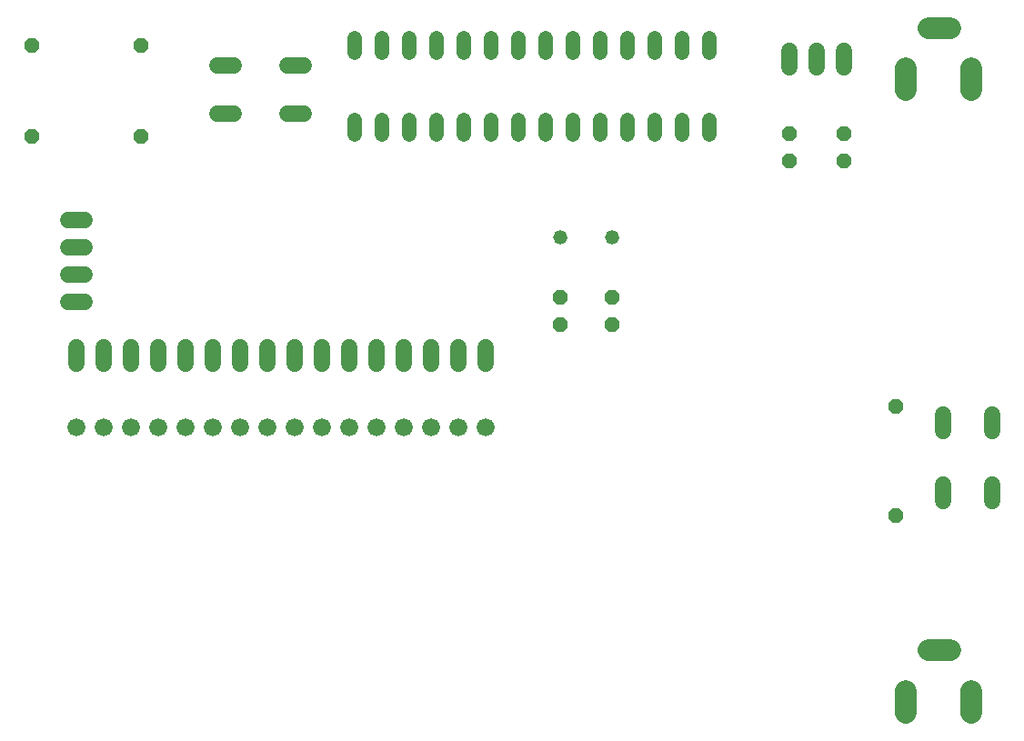
<source format=gbr>
G04 EAGLE Gerber RS-274X export*
G75*
%MOMM*%
%FSLAX34Y34*%
%LPD*%
%INTop Copper*%
%IPPOS*%
%AMOC8*
5,1,8,0,0,1.08239X$1,22.5*%
G01*
%ADD10P,1.429621X8X112.500000*%
%ADD11C,1.320800*%
%ADD12C,1.524000*%
%ADD13C,1.320800*%
%ADD14P,1.429621X8X202.500000*%
%ADD15P,1.429621X8X292.500000*%
%ADD16P,1.429621X8X22.500000*%
%ADD17C,1.676400*%
%ADD18C,2.000000*%


D10*
X744920Y583830D03*
X744920Y609230D03*
X795720Y583830D03*
X795720Y609230D03*
X579630Y431440D03*
X579630Y456840D03*
X531230Y431440D03*
X531230Y456840D03*
D11*
X340380Y608496D02*
X340380Y621704D01*
X365780Y621704D02*
X365780Y608496D01*
X391180Y608496D02*
X391180Y621704D01*
X416580Y621704D02*
X416580Y608496D01*
X441980Y608496D02*
X441980Y621704D01*
X467380Y621704D02*
X467380Y608496D01*
X492780Y608496D02*
X492780Y621704D01*
X518180Y621704D02*
X518180Y608496D01*
X543580Y608496D02*
X543580Y621704D01*
X568980Y621704D02*
X568980Y608496D01*
X594380Y608496D02*
X594380Y621704D01*
X619780Y621704D02*
X619780Y608496D01*
X645180Y608496D02*
X645180Y621704D01*
X670580Y621704D02*
X670580Y608496D01*
X670580Y684696D02*
X670580Y697904D01*
X645180Y697904D02*
X645180Y684696D01*
X619780Y684696D02*
X619780Y697904D01*
X594380Y697904D02*
X594380Y684696D01*
X568980Y684696D02*
X568980Y697904D01*
X543580Y697904D02*
X543580Y684696D01*
X518180Y684696D02*
X518180Y697904D01*
X492780Y697904D02*
X492780Y684696D01*
X467380Y684696D02*
X467380Y697904D01*
X441980Y697904D02*
X441980Y684696D01*
X416580Y684696D02*
X416580Y697904D01*
X391180Y697904D02*
X391180Y684696D01*
X365780Y684696D02*
X365780Y697904D01*
X340380Y697904D02*
X340380Y684696D01*
D12*
X744920Y686210D02*
X744920Y670970D01*
X770320Y670970D02*
X770320Y686210D01*
X795720Y686210D02*
X795720Y670970D01*
D13*
X579630Y513080D03*
X531370Y513080D03*
D12*
X227558Y673346D02*
X212318Y673346D01*
X212318Y628134D02*
X227558Y628134D01*
X277342Y673346D02*
X292582Y673346D01*
X292582Y628134D02*
X277342Y628134D01*
D14*
X141340Y607250D03*
X39740Y607250D03*
D12*
X888244Y282588D02*
X888244Y267348D01*
X933456Y267348D02*
X933456Y282588D01*
X888244Y332372D02*
X888244Y347612D01*
X933456Y347612D02*
X933456Y332372D01*
D15*
X843710Y355690D03*
X843710Y254090D03*
D16*
X39920Y691630D03*
X141520Y691630D03*
D17*
X80700Y336230D03*
X106100Y336230D03*
X131500Y336230D03*
X156900Y336230D03*
X182300Y336230D03*
X207700Y336230D03*
X233100Y336230D03*
X258500Y336230D03*
X283900Y336230D03*
X309300Y336230D03*
X334700Y336230D03*
X360100Y336230D03*
X385500Y336230D03*
X410900Y336230D03*
X436300Y336230D03*
X461700Y336230D03*
D12*
X461910Y395420D02*
X461910Y410660D01*
X436510Y410660D02*
X436510Y395420D01*
X411110Y395420D02*
X411110Y410660D01*
X385710Y410660D02*
X385710Y395420D01*
X360310Y395420D02*
X360310Y410660D01*
X334910Y410660D02*
X334910Y395420D01*
X309510Y395420D02*
X309510Y410660D01*
X284110Y410660D02*
X284110Y395420D01*
X258710Y395420D02*
X258710Y410660D01*
X233310Y410660D02*
X233310Y395420D01*
X207910Y395420D02*
X207910Y410660D01*
X182510Y410660D02*
X182510Y395420D01*
X157110Y395420D02*
X157110Y410660D01*
X131710Y410660D02*
X131710Y395420D01*
X106310Y395420D02*
X106310Y410660D01*
X80910Y410660D02*
X80910Y395420D01*
X73660Y452670D02*
X88900Y452670D01*
X88900Y478070D02*
X73660Y478070D01*
X73660Y503470D02*
X88900Y503470D01*
X88900Y528870D02*
X73660Y528870D01*
D18*
X853330Y90300D02*
X853330Y70300D01*
X914330Y70300D02*
X914330Y90300D01*
X894330Y128300D02*
X874330Y128300D01*
X853450Y650010D02*
X853450Y670010D01*
X914450Y670010D02*
X914450Y650010D01*
X894450Y708010D02*
X874450Y708010D01*
M02*

</source>
